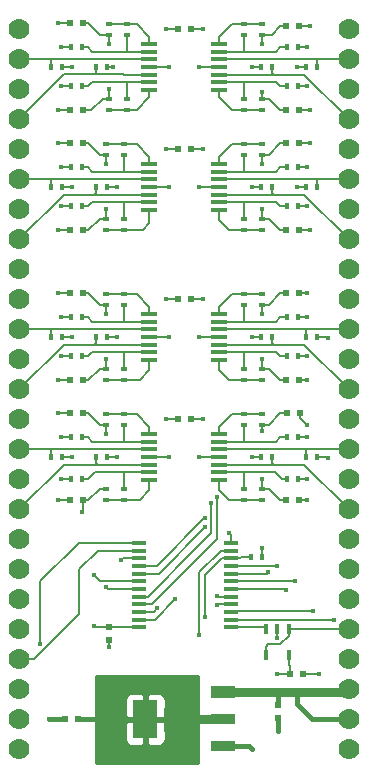
<source format=gtl>
G04 #@! TF.GenerationSoftware,KiCad,Pcbnew,(5.1.8-0-10_14)*
G04 #@! TF.CreationDate,2020-12-29T19:16:56-08:00*
G04 #@! TF.ProjectId,ADC,4144432e-6b69-4636-9164-5f7063625858,rev?*
G04 #@! TF.SameCoordinates,Original*
G04 #@! TF.FileFunction,Copper,L1,Top*
G04 #@! TF.FilePolarity,Positive*
%FSLAX46Y46*%
G04 Gerber Fmt 4.6, Leading zero omitted, Abs format (unit mm)*
G04 Created by KiCad (PCBNEW (5.1.8-0-10_14)) date 2020-12-29 19:16:56*
%MOMM*%
%LPD*%
G01*
G04 APERTURE LIST*
G04 #@! TA.AperFunction,SMDPad,CuDef*
%ADD10R,0.400000X0.600000*%
G04 #@! TD*
G04 #@! TA.AperFunction,SMDPad,CuDef*
%ADD11R,0.600000X0.400000*%
G04 #@! TD*
G04 #@! TA.AperFunction,SMDPad,CuDef*
%ADD12R,0.600000X0.500000*%
G04 #@! TD*
G04 #@! TA.AperFunction,SMDPad,CuDef*
%ADD13R,1.450000X0.450000*%
G04 #@! TD*
G04 #@! TA.AperFunction,SMDPad,CuDef*
%ADD14R,0.500000X0.600000*%
G04 #@! TD*
G04 #@! TA.AperFunction,SMDPad,CuDef*
%ADD15R,1.250000X0.400000*%
G04 #@! TD*
G04 #@! TA.AperFunction,SMDPad,CuDef*
%ADD16R,2.150000X3.250000*%
G04 #@! TD*
G04 #@! TA.AperFunction,SMDPad,CuDef*
%ADD17R,2.150000X0.950000*%
G04 #@! TD*
G04 #@! TA.AperFunction,SMDPad,CuDef*
%ADD18R,2.032000X1.016000*%
G04 #@! TD*
G04 #@! TA.AperFunction,SMDPad,CuDef*
%ADD19R,0.450000X0.950000*%
G04 #@! TD*
G04 #@! TA.AperFunction,ComponentPad*
%ADD20C,1.778000*%
G04 #@! TD*
G04 #@! TA.AperFunction,ViaPad*
%ADD21C,0.406400*%
G04 #@! TD*
G04 #@! TA.AperFunction,Conductor*
%ADD22C,0.152400*%
G04 #@! TD*
G04 #@! TA.AperFunction,Conductor*
%ADD23C,0.762000*%
G04 #@! TD*
G04 #@! TA.AperFunction,Conductor*
%ADD24C,0.381000*%
G04 #@! TD*
G04 #@! TA.AperFunction,Conductor*
%ADD25C,0.177800*%
G04 #@! TD*
G04 #@! TA.AperFunction,Conductor*
%ADD26C,0.250000*%
G04 #@! TD*
G04 #@! TA.AperFunction,Conductor*
%ADD27C,0.254000*%
G04 #@! TD*
G04 #@! TA.AperFunction,Conductor*
%ADD28C,0.100000*%
G04 #@! TD*
G04 APERTURE END LIST*
D10*
X132784000Y-93980000D03*
X131884000Y-93980000D03*
D11*
X118110000Y-84640000D03*
X118110000Y-85540000D03*
X129794000Y-62680000D03*
X129794000Y-61780000D03*
X118110000Y-94800000D03*
X118110000Y-95700000D03*
D10*
X113596000Y-93980000D03*
X114496000Y-93980000D03*
D12*
X132165000Y-110490000D03*
X133265000Y-110490000D03*
X114215000Y-114300000D03*
X113115000Y-114300000D03*
X122640000Y-55880000D03*
X123740000Y-55880000D03*
X114596000Y-55372000D03*
X113496000Y-55372000D03*
X131784000Y-62738000D03*
X132884000Y-62738000D03*
X131784000Y-55626000D03*
X132884000Y-55626000D03*
X122640000Y-66040000D03*
X123740000Y-66040000D03*
X114596000Y-65532000D03*
X113496000Y-65532000D03*
X114596000Y-72898000D03*
X113496000Y-72898000D03*
X131784000Y-72898000D03*
X132884000Y-72898000D03*
X131784000Y-65532000D03*
X132884000Y-65532000D03*
X122640000Y-78740000D03*
X123740000Y-78740000D03*
X114596000Y-78232000D03*
X113496000Y-78232000D03*
X114596000Y-85598000D03*
X113496000Y-85598000D03*
X131784000Y-85598000D03*
X132884000Y-85598000D03*
X131784000Y-78232000D03*
X132884000Y-78232000D03*
X122640000Y-88900000D03*
X123740000Y-88900000D03*
X114596000Y-88392000D03*
X113496000Y-88392000D03*
X114596000Y-95758000D03*
X113496000Y-95758000D03*
X131784000Y-95758000D03*
X132884000Y-95758000D03*
D10*
X129736000Y-100584000D03*
X128836000Y-100584000D03*
X112845000Y-59055000D03*
X111945000Y-59055000D03*
X114496000Y-57404000D03*
X113596000Y-57404000D03*
D11*
X118364000Y-56330000D03*
X118364000Y-55430000D03*
X116840000Y-55430000D03*
X116840000Y-56330000D03*
D10*
X116655000Y-59055000D03*
X115755000Y-59055000D03*
X113596000Y-60706000D03*
X114496000Y-60706000D03*
D11*
X118364000Y-61780000D03*
X118364000Y-62680000D03*
X116840000Y-62680000D03*
X116840000Y-61780000D03*
D10*
X129725000Y-59055000D03*
X130625000Y-59055000D03*
X132784000Y-60706000D03*
X131884000Y-60706000D03*
D11*
X128270000Y-61780000D03*
X128270000Y-62680000D03*
D10*
X133535000Y-59055000D03*
X134435000Y-59055000D03*
X132784000Y-57404000D03*
X131884000Y-57404000D03*
D11*
X128270000Y-56330000D03*
X128270000Y-55430000D03*
X129794000Y-55430000D03*
X129794000Y-56330000D03*
D10*
X112845000Y-69215000D03*
X111945000Y-69215000D03*
X114496000Y-67564000D03*
X113596000Y-67564000D03*
D11*
X118110000Y-66490000D03*
X118110000Y-65590000D03*
X116586000Y-65590000D03*
X116586000Y-66490000D03*
D10*
X116655000Y-69215000D03*
X115755000Y-69215000D03*
X113596000Y-70866000D03*
X114496000Y-70866000D03*
D11*
X118110000Y-71940000D03*
X118110000Y-72840000D03*
X116586000Y-72840000D03*
X116586000Y-71940000D03*
D10*
X129725000Y-69215000D03*
X130625000Y-69215000D03*
X132784000Y-70866000D03*
X131884000Y-70866000D03*
D11*
X128270000Y-71940000D03*
X128270000Y-72840000D03*
X129794000Y-72840000D03*
X129794000Y-71940000D03*
D10*
X133535000Y-69215000D03*
X134435000Y-69215000D03*
X132784000Y-67564000D03*
X131884000Y-67564000D03*
D11*
X128270000Y-66490000D03*
X128270000Y-65590000D03*
X129794000Y-65590000D03*
X129794000Y-66490000D03*
D10*
X112845000Y-81915000D03*
X111945000Y-81915000D03*
X114496000Y-80264000D03*
X113596000Y-80264000D03*
D11*
X118110000Y-79190000D03*
X118110000Y-78290000D03*
X116586000Y-78290000D03*
X116586000Y-79190000D03*
D10*
X116655000Y-81915000D03*
X115755000Y-81915000D03*
X113596000Y-83566000D03*
X114496000Y-83566000D03*
D11*
X116586000Y-85540000D03*
X116586000Y-84640000D03*
D10*
X129725000Y-81915000D03*
X130625000Y-81915000D03*
X132784000Y-83566000D03*
X131884000Y-83566000D03*
D11*
X128270000Y-84640000D03*
X128270000Y-85540000D03*
X129794000Y-85540000D03*
X129794000Y-84640000D03*
D10*
X134435000Y-81915000D03*
X133535000Y-81915000D03*
X132784000Y-80264000D03*
X131884000Y-80264000D03*
D11*
X128270000Y-79190000D03*
X128270000Y-78290000D03*
X129794000Y-78290000D03*
X129794000Y-79190000D03*
D10*
X112845000Y-92075000D03*
X111945000Y-92075000D03*
X114496000Y-90424000D03*
X113596000Y-90424000D03*
D11*
X118110000Y-89350000D03*
X118110000Y-88450000D03*
X116586000Y-88450000D03*
X116586000Y-89350000D03*
D10*
X116655000Y-92075000D03*
X115755000Y-92075000D03*
D11*
X116586000Y-95700000D03*
X116586000Y-94800000D03*
D10*
X129725000Y-92075000D03*
X130625000Y-92075000D03*
D11*
X128270000Y-94800000D03*
X128270000Y-95700000D03*
X129794000Y-95700000D03*
X129794000Y-94800000D03*
D10*
X134435000Y-92075000D03*
X133535000Y-92075000D03*
X132784000Y-90424000D03*
X131884000Y-90424000D03*
D11*
X128270000Y-89350000D03*
X128270000Y-88450000D03*
X129794000Y-88450000D03*
X129794000Y-89350000D03*
D13*
X126140000Y-57105000D03*
X120240000Y-57105000D03*
X126140000Y-57755000D03*
X120240000Y-57755000D03*
X126140000Y-58405000D03*
X120240000Y-58405000D03*
X126140000Y-59055000D03*
X120240000Y-59055000D03*
X126140000Y-59705000D03*
X120240000Y-59705000D03*
X126140000Y-60355000D03*
X120240000Y-60355000D03*
X126140000Y-61005000D03*
X120240000Y-61005000D03*
X126140000Y-67265000D03*
X120240000Y-67265000D03*
X126140000Y-67915000D03*
X120240000Y-67915000D03*
X126140000Y-68565000D03*
X120240000Y-68565000D03*
X126140000Y-69215000D03*
X120240000Y-69215000D03*
X126140000Y-69865000D03*
X120240000Y-69865000D03*
X126140000Y-70515000D03*
X120240000Y-70515000D03*
X126140000Y-71165000D03*
X120240000Y-71165000D03*
X126140000Y-79965000D03*
X120240000Y-79965000D03*
X126140000Y-80615000D03*
X120240000Y-80615000D03*
X126140000Y-81265000D03*
X120240000Y-81265000D03*
X126140000Y-81915000D03*
X120240000Y-81915000D03*
X126140000Y-82565000D03*
X120240000Y-82565000D03*
X126140000Y-83215000D03*
X120240000Y-83215000D03*
X126140000Y-83865000D03*
X120240000Y-83865000D03*
X126140000Y-90125000D03*
X120240000Y-90125000D03*
X126140000Y-90775000D03*
X120240000Y-90775000D03*
X126140000Y-91425000D03*
X120240000Y-91425000D03*
X126140000Y-92075000D03*
X120240000Y-92075000D03*
X126140000Y-92725000D03*
X120240000Y-92725000D03*
X126140000Y-93375000D03*
X120240000Y-93375000D03*
X126140000Y-94025000D03*
X120240000Y-94025000D03*
D14*
X116840000Y-106447500D03*
X116840000Y-107547500D03*
X131127500Y-113115000D03*
X131127500Y-114215000D03*
D12*
X131922000Y-88392000D03*
X133022000Y-88392000D03*
D15*
X119360000Y-106505000D03*
X127160000Y-106505000D03*
X119360000Y-105855000D03*
X127160000Y-105855000D03*
X119360000Y-105205000D03*
X127160000Y-105205000D03*
X119360000Y-104555000D03*
X127160000Y-104555000D03*
X119360000Y-103905000D03*
X127160000Y-103905000D03*
X119360000Y-103255000D03*
X127160000Y-103255000D03*
X119360000Y-102605000D03*
X127160000Y-102605000D03*
X119360000Y-101955000D03*
X127160000Y-101955000D03*
X119360000Y-101305000D03*
X127160000Y-101305000D03*
X119360000Y-100655000D03*
X127160000Y-100655000D03*
X119360000Y-100005000D03*
X127160000Y-100005000D03*
X119360000Y-99355000D03*
X127160000Y-99355000D03*
D16*
X119888000Y-114300000D03*
D17*
X126492000Y-114300000D03*
D18*
X126492000Y-112014000D03*
D17*
X126492000Y-116586000D03*
D12*
X114596000Y-62738000D03*
X113496000Y-62738000D03*
D19*
X132014000Y-108820000D03*
X132014000Y-106620000D03*
X131064000Y-106620000D03*
X130114000Y-108820000D03*
X130114000Y-106620000D03*
D20*
X109220000Y-55880000D03*
X109220000Y-58420000D03*
X109220000Y-60960000D03*
X109220000Y-63500000D03*
X109220000Y-66040000D03*
X109220000Y-68580000D03*
X109220000Y-71120000D03*
X109220000Y-73660000D03*
X109220000Y-76200000D03*
X109220000Y-78740000D03*
X109220000Y-81280000D03*
X109220000Y-83820000D03*
X109220000Y-86360000D03*
X109220000Y-88900000D03*
X109220000Y-91440000D03*
X109220000Y-93980000D03*
X109220000Y-96520000D03*
X109220000Y-99060000D03*
X109220000Y-101600000D03*
X109220000Y-104140000D03*
X109220000Y-106680000D03*
X109220000Y-109220000D03*
X109220000Y-111760000D03*
X109220000Y-114300000D03*
X109220000Y-116840000D03*
X137160000Y-55880000D03*
X137160000Y-58420000D03*
X137160000Y-60960000D03*
X137160000Y-63500000D03*
X137160000Y-66040000D03*
X137160000Y-68580000D03*
X137160000Y-71120000D03*
X137160000Y-73660000D03*
X137160000Y-76200000D03*
X137160000Y-78740000D03*
X137160000Y-81280000D03*
X137160000Y-83820000D03*
X137160000Y-86360000D03*
X137160000Y-88900000D03*
X137160000Y-91440000D03*
X137160000Y-93980000D03*
X137160000Y-96520000D03*
X137160000Y-99060000D03*
X137160000Y-101600000D03*
X137160000Y-104140000D03*
X137160000Y-106680000D03*
X137160000Y-109220000D03*
X137160000Y-111760000D03*
X137160000Y-114300000D03*
X137160000Y-116840000D03*
D21*
X123444000Y-114300000D03*
X116586000Y-114300000D03*
X116586000Y-112776000D03*
X116586000Y-111506000D03*
X116586000Y-117094000D03*
X119888000Y-117094000D03*
X118110000Y-117094000D03*
X116586000Y-115824000D03*
X123444000Y-112776000D03*
X123444000Y-117094000D03*
X123444000Y-115824000D03*
X121666000Y-117094000D03*
X119888000Y-111506000D03*
X121666000Y-111506000D03*
X118110000Y-111506000D03*
X123444000Y-111506000D03*
X115570000Y-106426000D03*
X131064000Y-110490000D03*
X121602500Y-88900000D03*
X121920000Y-92075000D03*
X121920000Y-81915000D03*
X121602500Y-78740000D03*
X121602500Y-66040000D03*
X121920000Y-59055000D03*
X121920000Y-69215000D03*
X121602500Y-55880000D03*
X131064000Y-107442000D03*
X133604000Y-78232000D03*
X133604000Y-80264000D03*
X135382000Y-82042000D03*
X133604000Y-83566000D03*
X133604000Y-85598000D03*
X133604000Y-89408000D03*
X133604000Y-90424000D03*
X135382000Y-92202000D03*
X133604000Y-93980000D03*
X133604000Y-95758000D03*
X127000000Y-98552000D03*
X117856000Y-100838000D03*
X129794000Y-99822000D03*
X134620000Y-110490000D03*
X133858000Y-55626000D03*
X133858000Y-62738000D03*
X112522000Y-88392000D03*
X112522000Y-95758000D03*
X133604000Y-57404000D03*
X133604000Y-60706000D03*
X112776000Y-57404000D03*
X112522000Y-55372000D03*
X112776000Y-60706000D03*
X112522000Y-62738000D03*
X112522000Y-65532000D03*
X112776000Y-67564000D03*
X112776000Y-70866000D03*
X112522000Y-72898000D03*
X133858000Y-65532000D03*
X133604000Y-67564000D03*
X133858000Y-72898000D03*
X133604000Y-70866000D03*
X112522000Y-78232000D03*
X112776000Y-80264000D03*
X112522000Y-85598000D03*
X112776000Y-83566000D03*
X112776000Y-90424000D03*
X112776000Y-93980000D03*
X128905000Y-92075000D03*
X117475000Y-92075000D03*
X124460000Y-92075000D03*
X124777500Y-88900000D03*
X128905000Y-81915000D03*
X124460000Y-81915000D03*
X124777500Y-78740000D03*
X113665000Y-81915000D03*
X117475000Y-81915000D03*
X132715000Y-69215000D03*
X128905000Y-69215000D03*
X111760000Y-114300000D03*
X131127500Y-115252500D03*
X116840000Y-108204000D03*
X124777500Y-66040000D03*
X117475000Y-69215000D03*
X113665000Y-69215000D03*
X128905000Y-116840000D03*
X124460000Y-59055000D03*
X124460000Y-69215000D03*
X132715000Y-59055000D03*
X128905000Y-59055000D03*
X124777500Y-55880000D03*
X117157500Y-59055000D03*
X113665000Y-59055000D03*
X113665000Y-92075000D03*
X131064000Y-101346000D03*
X116840000Y-57150000D03*
X130302000Y-101854000D03*
X116840000Y-60960000D03*
X132599000Y-102605000D03*
X129794000Y-61214000D03*
X131826000Y-103378000D03*
X129794000Y-57150000D03*
X125984000Y-103886000D03*
X116586000Y-67310000D03*
X125984000Y-104648000D03*
X116586000Y-71120000D03*
X134112000Y-105156000D03*
X129794000Y-71120000D03*
X135890000Y-105918000D03*
X129794000Y-67310000D03*
X122428000Y-104140000D03*
X116586000Y-80010000D03*
X120904000Y-104902000D03*
X116586000Y-83820000D03*
X125984000Y-95504000D03*
X129794000Y-83820000D03*
X125476000Y-96012000D03*
X129794000Y-80010000D03*
X116586000Y-90170000D03*
X116586000Y-103124000D03*
X114554000Y-96774000D03*
X115570000Y-102108000D03*
X124968000Y-98044000D03*
X129794000Y-93980000D03*
X124968000Y-97282000D03*
X129794000Y-89916000D03*
X124968000Y-105664000D03*
X124460000Y-107188000D03*
X110998000Y-107950000D03*
D22*
X132014000Y-108820000D02*
X132014000Y-109662000D01*
X132165000Y-109813000D02*
X132165000Y-110490000D01*
X132014000Y-109662000D02*
X132165000Y-109813000D01*
D23*
X126492000Y-114300000D02*
X123444000Y-114300000D01*
D24*
X116586000Y-112776000D02*
X116586000Y-111506000D01*
X116586000Y-112776000D02*
X116586000Y-114300000D01*
X119888000Y-114300000D02*
X116586000Y-114300000D01*
X116586000Y-111506000D02*
X116586000Y-112776000D01*
X116586000Y-115824000D02*
X116586000Y-117094000D01*
X118110000Y-117094000D02*
X119888000Y-117094000D01*
X116586000Y-117094000D02*
X118110000Y-117094000D01*
X123444000Y-112776000D02*
X123444000Y-114300000D01*
X123444000Y-114300000D02*
X119888000Y-114300000D01*
X123444000Y-115824000D02*
X123444000Y-117094000D01*
X123444000Y-115062000D02*
X123444000Y-117094000D01*
X123444000Y-115062000D02*
X122682000Y-114300000D01*
X119888000Y-117094000D02*
X121666000Y-117094000D01*
X119888000Y-117094000D02*
X121666000Y-117094000D01*
X119888000Y-117094000D02*
X119888000Y-114300000D01*
X119888000Y-114300000D02*
X119888000Y-111506000D01*
X119888000Y-114300000D02*
X119888000Y-111506000D01*
X119888000Y-114300000D02*
X119888000Y-111760000D01*
X119888000Y-114300000D02*
X119888000Y-112014000D01*
X119888000Y-112014000D02*
X121666000Y-111506000D01*
X121666000Y-111506000D02*
X121666000Y-111506000D01*
X119888000Y-112014000D02*
X121666000Y-111506000D01*
X119634000Y-111506000D02*
X118110000Y-111506000D01*
X119888000Y-111760000D02*
X119634000Y-111506000D01*
X119888000Y-114300000D02*
X122682000Y-114300000D01*
X123444000Y-113538000D02*
X123444000Y-111506000D01*
X122682000Y-114300000D02*
X123444000Y-113538000D01*
D22*
X116840000Y-106447500D02*
X115591500Y-106447500D01*
X115591500Y-106447500D02*
X115570000Y-106426000D01*
X132165000Y-110490000D02*
X131064000Y-110490000D01*
X132165000Y-108890000D02*
X132095000Y-108820000D01*
D25*
X120240000Y-92075000D02*
X121920000Y-92075000D01*
X122640000Y-88900000D02*
X121602500Y-88900000D01*
X120240000Y-81915000D02*
X121920000Y-81915000D01*
X122640000Y-78740000D02*
X121602500Y-78740000D01*
D24*
X114215000Y-114300000D02*
X115887500Y-114300000D01*
X119612500Y-114024500D02*
X119888000Y-114300000D01*
D22*
X119360000Y-106505000D02*
X116897500Y-106505000D01*
X116897500Y-106505000D02*
X116840000Y-106447500D01*
X122640000Y-66040000D02*
X121602500Y-66040000D01*
D26*
X132095000Y-110420000D02*
X132165000Y-110490000D01*
D22*
X120240000Y-59055000D02*
X121920000Y-59055000D01*
X120240000Y-69215000D02*
X121920000Y-69215000D01*
X122640000Y-55880000D02*
X121602500Y-55880000D01*
X131064000Y-106620000D02*
X131064000Y-107442000D01*
X132884000Y-78232000D02*
X133604000Y-78232000D01*
X132784000Y-80264000D02*
X133604000Y-80264000D01*
X134435000Y-81915000D02*
X135255000Y-81915000D01*
X135255000Y-81915000D02*
X135382000Y-82042000D01*
X132784000Y-83566000D02*
X133604000Y-83566000D01*
X132884000Y-85598000D02*
X133604000Y-85598000D01*
X133022000Y-88392000D02*
X133022000Y-88826000D01*
X133022000Y-88826000D02*
X133604000Y-89408000D01*
X132784000Y-90424000D02*
X133604000Y-90424000D01*
X134435000Y-92075000D02*
X135255000Y-92075000D01*
X135255000Y-92075000D02*
X135382000Y-92202000D01*
X132784000Y-93980000D02*
X133604000Y-93980000D01*
X132884000Y-95758000D02*
X133604000Y-95758000D01*
X132784000Y-93980000D02*
X132784000Y-94038000D01*
X127160000Y-99355000D02*
X127160000Y-98712000D01*
X127160000Y-98712000D02*
X127000000Y-98552000D01*
X119360000Y-100655000D02*
X118039000Y-100655000D01*
X118039000Y-100655000D02*
X117856000Y-100838000D01*
X129736000Y-100584000D02*
X129736000Y-99880000D01*
X129736000Y-99880000D02*
X129794000Y-99822000D01*
X133265000Y-110490000D02*
X134620000Y-110490000D01*
X132884000Y-55626000D02*
X133858000Y-55626000D01*
X132884000Y-62738000D02*
X133858000Y-62738000D01*
X113496000Y-88392000D02*
X112522000Y-88392000D01*
X113496000Y-95758000D02*
X112522000Y-95758000D01*
X132784000Y-57404000D02*
X133604000Y-57404000D01*
X132784000Y-60706000D02*
X133604000Y-60706000D01*
X113596000Y-57404000D02*
X112776000Y-57404000D01*
X113496000Y-55372000D02*
X112522000Y-55372000D01*
X113596000Y-60706000D02*
X112776000Y-60706000D01*
X113496000Y-62738000D02*
X112522000Y-62738000D01*
X113496000Y-65532000D02*
X112522000Y-65532000D01*
X113596000Y-67564000D02*
X112776000Y-67564000D01*
X113596000Y-70866000D02*
X112776000Y-70866000D01*
X113496000Y-72898000D02*
X112522000Y-72898000D01*
X132884000Y-65532000D02*
X133858000Y-65532000D01*
X132784000Y-67564000D02*
X133604000Y-67564000D01*
X132884000Y-72898000D02*
X133858000Y-72898000D01*
X132784000Y-70866000D02*
X133604000Y-70866000D01*
X113496000Y-78232000D02*
X112522000Y-78232000D01*
X113596000Y-80264000D02*
X112776000Y-80264000D01*
X113496000Y-85598000D02*
X112522000Y-85598000D01*
X113596000Y-83566000D02*
X112776000Y-83566000D01*
X113596000Y-90424000D02*
X112776000Y-90424000D01*
X113596000Y-93980000D02*
X112776000Y-93980000D01*
X129725000Y-92075000D02*
X128905000Y-92075000D01*
D25*
X116655000Y-92075000D02*
X117475000Y-92075000D01*
X126140000Y-92075000D02*
X124460000Y-92075000D01*
X123740000Y-88900000D02*
X124777500Y-88900000D01*
X129725000Y-81915000D02*
X128905000Y-81915000D01*
X126140000Y-81915000D02*
X124460000Y-81915000D01*
X123740000Y-78740000D02*
X124777500Y-78740000D01*
X112845000Y-81915000D02*
X113665000Y-81915000D01*
X116655000Y-81915000D02*
X117475000Y-81915000D01*
X133535000Y-69215000D02*
X132715000Y-69215000D01*
X129725000Y-69215000D02*
X128905000Y-69215000D01*
D24*
X113115000Y-114300000D02*
X111760000Y-114300000D01*
X131127500Y-114215000D02*
X131127500Y-115252500D01*
D22*
X116840000Y-107547500D02*
X116840000Y-108204000D01*
X123740000Y-66040000D02*
X124777500Y-66040000D01*
X116655000Y-69215000D02*
X117475000Y-69215000D01*
X112845000Y-69215000D02*
X113665000Y-69215000D01*
D24*
X126492000Y-116586000D02*
X128651000Y-116586000D01*
X128651000Y-116586000D02*
X128905000Y-116840000D01*
D22*
X126140000Y-59055000D02*
X124460000Y-59055000D01*
X126140000Y-69215000D02*
X124460000Y-69215000D01*
X133535000Y-59055000D02*
X132715000Y-59055000D01*
X129725000Y-59055000D02*
X128905000Y-59055000D01*
X123740000Y-55880000D02*
X124777500Y-55880000D01*
X116655000Y-59055000D02*
X117157500Y-59055000D01*
X112845000Y-59055000D02*
X113665000Y-59055000D01*
D25*
X112845000Y-92075000D02*
X113665000Y-92075000D01*
D23*
X132715000Y-112014000D02*
X136906000Y-112014000D01*
D24*
X132715000Y-112014000D02*
X132715000Y-113030000D01*
D23*
X131127500Y-112014000D02*
X132715000Y-112014000D01*
D24*
X132715000Y-113030000D02*
X133985000Y-114300000D01*
X133985000Y-114300000D02*
X137160000Y-114300000D01*
D23*
X126492000Y-112014000D02*
X131127500Y-112014000D01*
D24*
X131127500Y-113115000D02*
X131127500Y-112014000D01*
X131127500Y-112014000D02*
X131127500Y-112077500D01*
X131127500Y-112077500D02*
X131127500Y-112014000D01*
X136906000Y-112014000D02*
X137160000Y-111760000D01*
D22*
X127160000Y-101305000D02*
X131023000Y-101305000D01*
X131023000Y-101305000D02*
X131064000Y-101346000D01*
X116840000Y-57150000D02*
X116840000Y-56330000D01*
X114596000Y-55372000D02*
X115062000Y-55372000D01*
X116020000Y-56330000D02*
X116840000Y-56330000D01*
X115062000Y-55372000D02*
X116020000Y-56330000D01*
X127160000Y-101955000D02*
X130201000Y-101955000D01*
X130201000Y-101955000D02*
X130302000Y-101854000D01*
X116840000Y-60960000D02*
X116840000Y-61780000D01*
X116840000Y-61780000D02*
X116274000Y-61780000D01*
X115316000Y-62738000D02*
X114596000Y-62738000D01*
X116274000Y-61780000D02*
X115316000Y-62738000D01*
X127160000Y-102605000D02*
X132599000Y-102605000D01*
X129794000Y-61780000D02*
X129794000Y-61214000D01*
X129794000Y-61780000D02*
X130360000Y-61780000D01*
X131318000Y-62738000D02*
X131784000Y-62738000D01*
X130360000Y-61780000D02*
X131318000Y-62738000D01*
X127160000Y-103255000D02*
X131703000Y-103255000D01*
X131703000Y-103255000D02*
X131826000Y-103378000D01*
X129794000Y-56330000D02*
X129794000Y-57150000D01*
X127283000Y-103378000D02*
X127160000Y-103255000D01*
X129794000Y-56330000D02*
X130614000Y-56330000D01*
X131318000Y-55626000D02*
X131784000Y-55626000D01*
X130614000Y-56330000D02*
X131318000Y-55626000D01*
X127160000Y-103905000D02*
X126003000Y-103905000D01*
X126003000Y-103905000D02*
X125984000Y-103886000D01*
X116586000Y-67310000D02*
X116586000Y-66490000D01*
X114596000Y-65532000D02*
X115062000Y-65532000D01*
X116020000Y-66490000D02*
X116586000Y-66490000D01*
X115062000Y-65532000D02*
X116020000Y-66490000D01*
X127160000Y-104555000D02*
X126077000Y-104555000D01*
X126077000Y-104555000D02*
X125984000Y-104648000D01*
X116586000Y-71120000D02*
X116586000Y-71940000D01*
X127067000Y-104648000D02*
X127160000Y-104555000D01*
X114596000Y-72898000D02*
X115062000Y-72898000D01*
X115062000Y-72898000D02*
X116020000Y-71940000D01*
X116020000Y-71940000D02*
X116586000Y-71940000D01*
X134112000Y-105156000D02*
X127209000Y-105156000D01*
X127209000Y-105156000D02*
X127160000Y-105205000D01*
X129794000Y-71940000D02*
X129794000Y-71120000D01*
X129794000Y-71940000D02*
X130360000Y-71940000D01*
X131318000Y-72898000D02*
X131784000Y-72898000D01*
X130360000Y-71940000D02*
X131318000Y-72898000D01*
X134112000Y-105855000D02*
X135827000Y-105855000D01*
X135827000Y-105855000D02*
X135890000Y-105918000D01*
X135890000Y-105918000D02*
X135827000Y-105855000D01*
X127160000Y-105855000D02*
X134112000Y-105855000D01*
X129794000Y-67310000D02*
X129794000Y-66490000D01*
X129794000Y-66490000D02*
X130360000Y-66490000D01*
X131318000Y-65532000D02*
X131784000Y-65532000D01*
X130360000Y-66490000D02*
X131318000Y-65532000D01*
X120713000Y-105855000D02*
X119360000Y-105855000D01*
X122428000Y-104140000D02*
X120713000Y-105855000D01*
X116586000Y-79190000D02*
X116586000Y-80010000D01*
X114596000Y-78232000D02*
X115062000Y-78232000D01*
X116020000Y-79190000D02*
X116586000Y-79190000D01*
X115062000Y-78232000D02*
X116020000Y-79190000D01*
X116586000Y-84640000D02*
X116586000Y-83820000D01*
X120601000Y-105205000D02*
X119360000Y-105205000D01*
X120904000Y-104902000D02*
X120601000Y-105205000D01*
X116586000Y-84640000D02*
X116020000Y-84640000D01*
X115062000Y-85598000D02*
X114596000Y-85598000D01*
X116020000Y-84640000D02*
X115062000Y-85598000D01*
X125984000Y-99060000D02*
X124968000Y-100076000D01*
X125984000Y-95504000D02*
X125984000Y-99060000D01*
X120489000Y-104555000D02*
X119360000Y-104555000D01*
X124968000Y-100076000D02*
X120489000Y-104555000D01*
X129794000Y-83820000D02*
X129794000Y-84640000D01*
X129794000Y-84640000D02*
X130360000Y-84640000D01*
X131318000Y-85598000D02*
X131784000Y-85598000D01*
X130360000Y-84640000D02*
X131318000Y-85598000D01*
X125476000Y-98552000D02*
X124206000Y-99822000D01*
X125476000Y-96012000D02*
X125476000Y-98552000D01*
X119360000Y-103905000D02*
X120123000Y-103905000D01*
X120123000Y-103905000D02*
X124206000Y-99822000D01*
X129794000Y-80010000D02*
X129794000Y-79190000D01*
X131784000Y-78232000D02*
X131318000Y-78232000D01*
X130360000Y-79190000D02*
X129794000Y-79190000D01*
X131318000Y-78232000D02*
X130360000Y-79190000D01*
X119360000Y-103255000D02*
X116717000Y-103255000D01*
X116586000Y-90170000D02*
X116586000Y-89350000D01*
X116717000Y-103255000D02*
X116586000Y-103124000D01*
X116586000Y-89350000D02*
X116020000Y-89350000D01*
X116020000Y-89350000D02*
X115062000Y-88392000D01*
X115062000Y-88392000D02*
X114596000Y-88392000D01*
X119360000Y-102605000D02*
X116067000Y-102605000D01*
X116067000Y-102605000D02*
X115570000Y-102108000D01*
X114596000Y-96732000D02*
X114596000Y-95758000D01*
X114554000Y-96774000D02*
X114596000Y-96732000D01*
X114596000Y-95758000D02*
X115062000Y-95758000D01*
X116020000Y-94800000D02*
X116586000Y-94800000D01*
X115062000Y-95758000D02*
X116020000Y-94800000D01*
X119360000Y-101955000D02*
X121057000Y-101955000D01*
X121057000Y-101955000D02*
X124968000Y-98044000D01*
X129794000Y-93980000D02*
X129794000Y-94800000D01*
X129794000Y-94800000D02*
X130360000Y-94800000D01*
X131318000Y-95758000D02*
X131784000Y-95758000D01*
X130360000Y-94800000D02*
X131318000Y-95758000D01*
X119360000Y-101305000D02*
X120863000Y-101305000D01*
X124886000Y-97282000D02*
X124968000Y-97282000D01*
X120863000Y-101305000D02*
X124886000Y-97282000D01*
X129794000Y-89350000D02*
X129794000Y-89916000D01*
X129794000Y-89350000D02*
X130360000Y-89350000D01*
X131318000Y-88392000D02*
X131922000Y-88392000D01*
X130360000Y-89350000D02*
X131318000Y-88392000D01*
X127160000Y-106505000D02*
X129999000Y-106505000D01*
X129999000Y-106505000D02*
X130114000Y-106620000D01*
X124968000Y-105664000D02*
X124968000Y-102108000D01*
X125222000Y-101854000D02*
X124968000Y-102108000D01*
X126421000Y-100655000D02*
X127160000Y-100655000D01*
X126421000Y-100655000D02*
X125222000Y-101854000D01*
X128836000Y-100584000D02*
X128016000Y-100584000D01*
X127945000Y-100655000D02*
X127160000Y-100655000D01*
X128016000Y-100584000D02*
X127945000Y-100655000D01*
X117348000Y-100005000D02*
X115895000Y-100005000D01*
X114300000Y-101600000D02*
X114300000Y-102870000D01*
X115895000Y-100005000D02*
X114300000Y-101600000D01*
X109220000Y-109220000D02*
X110490000Y-109220000D01*
X114300000Y-105410000D02*
X114300000Y-102870000D01*
X110490000Y-109220000D02*
X114300000Y-105410000D01*
X117348000Y-100005000D02*
X119360000Y-100005000D01*
X119289000Y-100076000D02*
X119360000Y-100005000D01*
X124460000Y-107188000D02*
X124460000Y-101854000D01*
X126309000Y-100005000D02*
X124460000Y-101854000D01*
X126309000Y-100005000D02*
X127160000Y-100005000D01*
X110998000Y-107950000D02*
X110998000Y-102616000D01*
X114259000Y-99355000D02*
X119360000Y-99355000D01*
X110998000Y-102616000D02*
X114259000Y-99355000D01*
X119319000Y-99314000D02*
X119360000Y-99355000D01*
X132014000Y-106620000D02*
X132014000Y-107254000D01*
X130114000Y-108138000D02*
X130114000Y-108820000D01*
X130302000Y-107950000D02*
X130114000Y-108138000D01*
X131318000Y-107950000D02*
X130302000Y-107950000D01*
X132014000Y-107254000D02*
X131318000Y-107950000D01*
X132095000Y-106620000D02*
X133667500Y-106620000D01*
X133667500Y-106620000D02*
X133985000Y-106620000D01*
X133985000Y-106620000D02*
X137100000Y-106620000D01*
X137100000Y-106620000D02*
X137160000Y-106680000D01*
X118364000Y-60355000D02*
X118364000Y-61780000D01*
X120240000Y-60355000D02*
X118364000Y-60355000D01*
X118364000Y-60355000D02*
X115413000Y-60355000D01*
X115062000Y-60706000D02*
X114496000Y-60706000D01*
X115413000Y-60355000D02*
X115062000Y-60706000D01*
X126140000Y-61005000D02*
X126140000Y-61624000D01*
X127196000Y-62680000D02*
X128270000Y-62680000D01*
X126140000Y-61624000D02*
X127196000Y-62680000D01*
X128270000Y-62680000D02*
X129794000Y-62680000D01*
X128270000Y-60355000D02*
X128270000Y-61780000D01*
X126140000Y-60355000D02*
X128270000Y-60355000D01*
X128270000Y-60355000D02*
X130967000Y-60355000D01*
X131318000Y-60706000D02*
X131884000Y-60706000D01*
X130967000Y-60355000D02*
X131318000Y-60706000D01*
X128270000Y-57755000D02*
X128270000Y-56330000D01*
X131884000Y-57404000D02*
X131318000Y-57404000D01*
X130967000Y-57755000D02*
X128270000Y-57755000D01*
X128270000Y-57755000D02*
X126140000Y-57755000D01*
X131318000Y-57404000D02*
X130967000Y-57755000D01*
X118110000Y-70515000D02*
X118110000Y-71940000D01*
X120240000Y-70515000D02*
X118110000Y-70515000D01*
X118110000Y-70515000D02*
X117856000Y-70515000D01*
X117856000Y-70515000D02*
X115413000Y-70515000D01*
X115062000Y-70866000D02*
X114496000Y-70866000D01*
X115413000Y-70515000D02*
X115062000Y-70866000D01*
X128270000Y-70515000D02*
X128270000Y-71940000D01*
X126140000Y-70515000D02*
X128270000Y-70515000D01*
X128270000Y-70515000D02*
X130967000Y-70515000D01*
X131318000Y-70866000D02*
X131884000Y-70866000D01*
X130967000Y-70515000D02*
X131318000Y-70866000D01*
X128270000Y-67915000D02*
X128270000Y-66490000D01*
X126140000Y-67915000D02*
X128270000Y-67915000D01*
X128270000Y-67915000D02*
X130967000Y-67915000D01*
X131318000Y-67564000D02*
X131884000Y-67564000D01*
X130967000Y-67915000D02*
X131318000Y-67564000D01*
X118110000Y-83215000D02*
X118110000Y-84640000D01*
X120240000Y-83215000D02*
X118110000Y-83215000D01*
X118110000Y-83215000D02*
X115413000Y-83215000D01*
X115062000Y-83566000D02*
X114496000Y-83566000D01*
X115413000Y-83215000D02*
X115062000Y-83566000D01*
X128270000Y-83215000D02*
X128270000Y-84074000D01*
X128270000Y-83977000D02*
X128270000Y-84074000D01*
X128270000Y-84074000D02*
X128270000Y-84640000D01*
X126140000Y-83215000D02*
X128270000Y-83215000D01*
X128270000Y-83215000D02*
X130967000Y-83215000D01*
X131318000Y-83566000D02*
X131884000Y-83566000D01*
X130967000Y-83215000D02*
X131318000Y-83566000D01*
D25*
X126170000Y-83185000D02*
X126140000Y-83215000D01*
D22*
X128270000Y-80615000D02*
X128270000Y-79190000D01*
X126140000Y-80615000D02*
X128270000Y-80615000D01*
X128270000Y-80615000D02*
X130967000Y-80615000D01*
X131318000Y-80264000D02*
X131884000Y-80264000D01*
X130967000Y-80615000D02*
X131318000Y-80264000D01*
X118110000Y-93375000D02*
X118110000Y-94800000D01*
X118207000Y-93375000D02*
X118110000Y-93375000D01*
X118110000Y-93375000D02*
X115667000Y-93375000D01*
X115062000Y-93980000D02*
X114496000Y-93980000D01*
X115667000Y-93375000D02*
X115062000Y-93980000D01*
X120240000Y-93375000D02*
X118207000Y-93375000D01*
X128270000Y-93375000D02*
X128270000Y-94800000D01*
X130492500Y-93375000D02*
X130840000Y-93375000D01*
X131445000Y-93980000D02*
X131884000Y-93980000D01*
X130840000Y-93375000D02*
X131445000Y-93980000D01*
X126140000Y-93375000D02*
X128270000Y-93375000D01*
X128270000Y-93375000D02*
X130492500Y-93375000D01*
X130492500Y-93375000D02*
X130522500Y-93375000D01*
X128270000Y-90775000D02*
X128270000Y-89350000D01*
X126140000Y-90775000D02*
X128270000Y-90775000D01*
X128270000Y-90775000D02*
X130967000Y-90775000D01*
X131318000Y-90424000D02*
X131884000Y-90424000D01*
X130967000Y-90775000D02*
X131318000Y-90424000D01*
X118364000Y-57755000D02*
X118364000Y-56330000D01*
X120240000Y-57755000D02*
X118364000Y-57755000D01*
X118364000Y-57755000D02*
X115413000Y-57755000D01*
X115062000Y-57404000D02*
X114496000Y-57404000D01*
X115413000Y-57755000D02*
X115062000Y-57404000D01*
X118364000Y-55430000D02*
X119184000Y-55430000D01*
X120240000Y-56486000D02*
X120240000Y-57105000D01*
X119184000Y-55430000D02*
X120240000Y-56486000D01*
X116840000Y-55430000D02*
X118364000Y-55430000D01*
X118364000Y-62680000D02*
X119184000Y-62680000D01*
X120240000Y-61624000D02*
X120240000Y-61005000D01*
X119184000Y-62680000D02*
X120240000Y-61624000D01*
X118364000Y-62680000D02*
X116840000Y-62680000D01*
X128270000Y-55430000D02*
X127196000Y-55430000D01*
X126140000Y-56486000D02*
X126140000Y-57105000D01*
X127196000Y-55430000D02*
X126140000Y-56486000D01*
X128270000Y-55430000D02*
X129794000Y-55430000D01*
X118110000Y-67915000D02*
X118110000Y-66490000D01*
X114496000Y-67564000D02*
X115062000Y-67564000D01*
X115413000Y-67915000D02*
X118110000Y-67915000D01*
X118110000Y-67915000D02*
X120240000Y-67915000D01*
X115062000Y-67564000D02*
X115413000Y-67915000D01*
X118110000Y-65590000D02*
X119184000Y-65590000D01*
X120240000Y-66646000D02*
X120240000Y-67265000D01*
X119184000Y-65590000D02*
X120240000Y-66646000D01*
X116586000Y-65590000D02*
X118110000Y-65590000D01*
X118110000Y-72840000D02*
X119692000Y-72840000D01*
X120240000Y-72292000D02*
X120240000Y-71165000D01*
X119692000Y-72840000D02*
X120240000Y-72292000D01*
X118110000Y-72840000D02*
X116586000Y-72840000D01*
X128270000Y-72840000D02*
X126942000Y-72840000D01*
X126140000Y-72038000D02*
X126140000Y-71165000D01*
X126942000Y-72840000D02*
X126140000Y-72038000D01*
X128270000Y-72840000D02*
X129794000Y-72840000D01*
X126140000Y-67265000D02*
X126140000Y-66646000D01*
X127196000Y-65590000D02*
X128270000Y-65590000D01*
X126140000Y-66646000D02*
X127196000Y-65590000D01*
X128270000Y-65590000D02*
X129794000Y-65590000D01*
X128074000Y-65590000D02*
X128270000Y-65590000D01*
X118110000Y-80615000D02*
X118110000Y-79756000D01*
X118110000Y-79853000D02*
X118110000Y-79756000D01*
X118110000Y-79756000D02*
X118110000Y-79190000D01*
X114496000Y-80264000D02*
X115062000Y-80264000D01*
X115413000Y-80615000D02*
X118110000Y-80615000D01*
X118110000Y-80615000D02*
X120240000Y-80615000D01*
X115062000Y-80264000D02*
X115413000Y-80615000D01*
X120240000Y-79965000D02*
X120240000Y-79346000D01*
X119184000Y-78290000D02*
X118110000Y-78290000D01*
X120240000Y-79346000D02*
X119184000Y-78290000D01*
X116586000Y-78290000D02*
X118110000Y-78290000D01*
X118110000Y-85540000D02*
X119438000Y-85540000D01*
X120240000Y-84738000D02*
X120240000Y-83865000D01*
X119438000Y-85540000D02*
X120240000Y-84738000D01*
X116586000Y-85540000D02*
X118110000Y-85540000D01*
X126140000Y-83865000D02*
X126140000Y-84738000D01*
X126942000Y-85540000D02*
X128270000Y-85540000D01*
X126140000Y-84738000D02*
X126942000Y-85540000D01*
X128270000Y-85540000D02*
X129794000Y-85540000D01*
X126140000Y-79965000D02*
X126140000Y-79346000D01*
X127196000Y-78290000D02*
X128270000Y-78290000D01*
X126140000Y-79346000D02*
X127196000Y-78290000D01*
X128270000Y-78290000D02*
X129598000Y-78290000D01*
X129598000Y-78290000D02*
X129794000Y-78290000D01*
X128212000Y-78232000D02*
X128270000Y-78290000D01*
X118110000Y-90775000D02*
X118110000Y-89662000D01*
X118110000Y-90013000D02*
X118110000Y-89916000D01*
X118110000Y-89916000D02*
X118110000Y-89662000D01*
X118110000Y-89662000D02*
X118110000Y-89350000D01*
X120240000Y-90775000D02*
X118110000Y-90775000D01*
X118110000Y-90775000D02*
X115413000Y-90775000D01*
X115062000Y-90424000D02*
X114496000Y-90424000D01*
X115413000Y-90775000D02*
X115062000Y-90424000D01*
X120240000Y-90125000D02*
X120240000Y-89506000D01*
X119184000Y-88450000D02*
X118110000Y-88450000D01*
X120240000Y-89506000D02*
X119184000Y-88450000D01*
X118110000Y-88450000D02*
X116586000Y-88450000D01*
X118110000Y-95700000D02*
X119438000Y-95700000D01*
X120240000Y-94898000D02*
X120240000Y-94025000D01*
X119438000Y-95700000D02*
X120240000Y-94898000D01*
X116586000Y-95700000D02*
X118110000Y-95700000D01*
X126140000Y-94025000D02*
X126140000Y-94898000D01*
X126942000Y-95700000D02*
X128270000Y-95700000D01*
X126140000Y-94898000D02*
X126942000Y-95700000D01*
X128270000Y-95700000D02*
X129794000Y-95700000D01*
X126140000Y-90125000D02*
X126140000Y-89506000D01*
X127196000Y-88450000D02*
X128270000Y-88450000D01*
X126140000Y-89506000D02*
X127196000Y-88450000D01*
X128270000Y-88450000D02*
X129794000Y-88450000D01*
X111945000Y-59055000D02*
X111945000Y-58405000D01*
X112077500Y-58420000D02*
X112077500Y-58405000D01*
X111960000Y-58420000D02*
X112077500Y-58420000D01*
X111945000Y-58405000D02*
X111960000Y-58420000D01*
X109220000Y-58420000D02*
X111760000Y-58420000D01*
X111760000Y-58420000D02*
X111760000Y-58405000D01*
X120240000Y-58405000D02*
X112395000Y-58405000D01*
X112395000Y-58405000D02*
X112077500Y-58405000D01*
X112077500Y-58405000D02*
X111760000Y-58405000D01*
X109235000Y-58405000D02*
X109220000Y-58420000D01*
X109235000Y-58405000D02*
X109220000Y-58420000D01*
X115755000Y-59055000D02*
X115755000Y-59690000D01*
X115755000Y-59690000D02*
X115570000Y-59690000D01*
X109220000Y-63500000D02*
X113030000Y-59690000D01*
X118110000Y-59690000D02*
X118110000Y-59705000D01*
X113030000Y-59690000D02*
X115570000Y-59690000D01*
X115570000Y-59690000D02*
X118110000Y-59690000D01*
X120240000Y-59705000D02*
X118110000Y-59705000D01*
X111945000Y-69215000D02*
X111945000Y-68565000D01*
X112077500Y-68580000D02*
X112077500Y-68565000D01*
X111960000Y-68580000D02*
X112077500Y-68580000D01*
X111945000Y-68565000D02*
X111960000Y-68580000D01*
X120240000Y-68565000D02*
X112077500Y-68565000D01*
X112077500Y-68565000D02*
X109235000Y-68565000D01*
X109235000Y-68565000D02*
X109220000Y-68580000D01*
X115755000Y-69215000D02*
X115755000Y-69865000D01*
X115570000Y-69850000D02*
X115570000Y-69865000D01*
X115740000Y-69850000D02*
X115570000Y-69850000D01*
X115755000Y-69865000D02*
X115740000Y-69850000D01*
X115755000Y-69215000D02*
X115755000Y-69049902D01*
X120240000Y-69865000D02*
X115570000Y-69865000D01*
X115570000Y-69865000D02*
X113015000Y-69865000D01*
X113015000Y-69865000D02*
X109220000Y-73660000D01*
D25*
X111945000Y-81915000D02*
X111945000Y-81265000D01*
X112077500Y-81280000D02*
X112077500Y-81265000D01*
X111960000Y-81280000D02*
X112077500Y-81280000D01*
X111945000Y-81265000D02*
X111960000Y-81280000D01*
D22*
X120240000Y-81265000D02*
X115570000Y-81265000D01*
X115570000Y-81265000D02*
X112077500Y-81265000D01*
X112077500Y-81265000D02*
X109235000Y-81265000D01*
X109235000Y-81265000D02*
X109220000Y-81280000D01*
D25*
X115755000Y-81915000D02*
X115755000Y-82565000D01*
X115570000Y-82550000D02*
X115570000Y-82565000D01*
X115740000Y-82550000D02*
X115570000Y-82550000D01*
X115755000Y-82565000D02*
X115740000Y-82550000D01*
D22*
X120240000Y-82565000D02*
X115570000Y-82565000D01*
X115570000Y-82565000D02*
X113015000Y-82565000D01*
X113015000Y-82565000D02*
X109220000Y-86360000D01*
D25*
X111945000Y-92075000D02*
X111945000Y-91425000D01*
X111945000Y-91425000D02*
X111960000Y-91440000D01*
X111960000Y-91440000D02*
X112077500Y-91440000D01*
X112077500Y-91440000D02*
X112077500Y-91425000D01*
D22*
X120240000Y-91425000D02*
X112077500Y-91425000D01*
X112077500Y-91425000D02*
X109235000Y-91425000D01*
X109235000Y-91425000D02*
X109220000Y-91440000D01*
D25*
X115755000Y-92075000D02*
X115755000Y-92725000D01*
X115887500Y-92710000D02*
X115887500Y-92725000D01*
X115770000Y-92710000D02*
X115887500Y-92710000D01*
X115755000Y-92725000D02*
X115770000Y-92710000D01*
D22*
X120240000Y-92725000D02*
X115887500Y-92725000D01*
X115887500Y-92725000D02*
X113015000Y-92725000D01*
X113015000Y-92725000D02*
X109220000Y-96520000D01*
X134435000Y-59055000D02*
X134435000Y-58405000D01*
X134435000Y-58405000D02*
X134493000Y-58405000D01*
X134620000Y-58405000D02*
X137145000Y-58405000D01*
X137145000Y-58405000D02*
X137160000Y-58420000D01*
X126140000Y-58405000D02*
X134302500Y-58405000D01*
X134302500Y-58405000D02*
X134493000Y-58405000D01*
X134493000Y-58405000D02*
X134620000Y-58405000D01*
X133365000Y-59705000D02*
X137160000Y-63500000D01*
X130625000Y-59055000D02*
X130625000Y-59705000D01*
X130810000Y-59690000D02*
X130810000Y-59705000D01*
X130640000Y-59690000D02*
X130810000Y-59690000D01*
X130625000Y-59705000D02*
X130640000Y-59690000D01*
X126140000Y-59705000D02*
X130810000Y-59705000D01*
X130810000Y-59705000D02*
X133365000Y-59705000D01*
D25*
X134435000Y-69215000D02*
X134435000Y-68565000D01*
X134620000Y-68580000D02*
X134620000Y-68565000D01*
X134450000Y-68580000D02*
X134620000Y-68580000D01*
X134435000Y-68565000D02*
X134450000Y-68580000D01*
D22*
X126140000Y-68565000D02*
X134620000Y-68565000D01*
X134620000Y-68565000D02*
X137145000Y-68565000D01*
X137145000Y-68565000D02*
X137160000Y-68580000D01*
D25*
X130625000Y-69215000D02*
X130625000Y-69865000D01*
X130810000Y-69850000D02*
X130810000Y-69865000D01*
X130640000Y-69850000D02*
X130810000Y-69850000D01*
X130625000Y-69865000D02*
X130640000Y-69850000D01*
D22*
X126140000Y-69865000D02*
X130810000Y-69865000D01*
X130810000Y-69865000D02*
X133365000Y-69865000D01*
X133365000Y-69865000D02*
X137160000Y-73660000D01*
X133535000Y-81265000D02*
X133535000Y-81915000D01*
X126140000Y-81265000D02*
X133535000Y-81265000D01*
X133535000Y-81265000D02*
X134302500Y-81265000D01*
X134302500Y-81265000D02*
X137145000Y-81265000D01*
X137145000Y-81265000D02*
X137160000Y-81280000D01*
D25*
X130625000Y-81915000D02*
X130625000Y-82565000D01*
X130810000Y-82550000D02*
X130810000Y-82565000D01*
X130640000Y-82550000D02*
X130810000Y-82550000D01*
X130625000Y-82565000D02*
X130640000Y-82550000D01*
D22*
X126140000Y-82565000D02*
X130810000Y-82565000D01*
X130810000Y-82565000D02*
X133365000Y-82565000D01*
X133365000Y-82565000D02*
X137160000Y-86360000D01*
X133535000Y-91425000D02*
X133535000Y-92075000D01*
X126140000Y-91425000D02*
X133535000Y-91425000D01*
X133535000Y-91425000D02*
X134620000Y-91425000D01*
X134620000Y-91425000D02*
X137145000Y-91425000D01*
X137145000Y-91425000D02*
X137160000Y-91440000D01*
X130625000Y-92075000D02*
X130625000Y-92725000D01*
X130810000Y-92710000D02*
X130810000Y-92725000D01*
X130640000Y-92710000D02*
X130810000Y-92710000D01*
X130625000Y-92725000D02*
X130640000Y-92710000D01*
X126140000Y-92725000D02*
X130810000Y-92725000D01*
X130810000Y-92725000D02*
X133365000Y-92725000D01*
X133365000Y-92725000D02*
X137160000Y-96520000D01*
D27*
X124333000Y-117983000D02*
X115697000Y-117983000D01*
X115697000Y-115925000D01*
X118174928Y-115925000D01*
X118187188Y-116049482D01*
X118223498Y-116169180D01*
X118282463Y-116279494D01*
X118361815Y-116376185D01*
X118458506Y-116455537D01*
X118568820Y-116514502D01*
X118688518Y-116550812D01*
X118813000Y-116563072D01*
X119602250Y-116560000D01*
X119761000Y-116401250D01*
X119761000Y-114427000D01*
X120015000Y-114427000D01*
X120015000Y-116401250D01*
X120173750Y-116560000D01*
X120963000Y-116563072D01*
X121087482Y-116550812D01*
X121207180Y-116514502D01*
X121317494Y-116455537D01*
X121414185Y-116376185D01*
X121493537Y-116279494D01*
X121552502Y-116169180D01*
X121588812Y-116049482D01*
X121601072Y-115925000D01*
X121598000Y-114585750D01*
X121439250Y-114427000D01*
X120015000Y-114427000D01*
X119761000Y-114427000D01*
X118336750Y-114427000D01*
X118178000Y-114585750D01*
X118174928Y-115925000D01*
X115697000Y-115925000D01*
X115697000Y-112675000D01*
X118174928Y-112675000D01*
X118178000Y-114014250D01*
X118336750Y-114173000D01*
X119761000Y-114173000D01*
X119761000Y-112198750D01*
X120015000Y-112198750D01*
X120015000Y-114173000D01*
X121439250Y-114173000D01*
X121598000Y-114014250D01*
X121601072Y-112675000D01*
X121588812Y-112550518D01*
X121552502Y-112430820D01*
X121493537Y-112320506D01*
X121414185Y-112223815D01*
X121317494Y-112144463D01*
X121207180Y-112085498D01*
X121087482Y-112049188D01*
X120963000Y-112036928D01*
X120173750Y-112040000D01*
X120015000Y-112198750D01*
X119761000Y-112198750D01*
X119602250Y-112040000D01*
X118813000Y-112036928D01*
X118688518Y-112049188D01*
X118568820Y-112085498D01*
X118458506Y-112144463D01*
X118361815Y-112223815D01*
X118282463Y-112320506D01*
X118223498Y-112430820D01*
X118187188Y-112550518D01*
X118174928Y-112675000D01*
X115697000Y-112675000D01*
X115697000Y-110617000D01*
X124333000Y-110617000D01*
X124333000Y-117983000D01*
G04 #@! TA.AperFunction,Conductor*
D28*
G36*
X124333000Y-117983000D02*
G01*
X115697000Y-117983000D01*
X115697000Y-115925000D01*
X118174928Y-115925000D01*
X118187188Y-116049482D01*
X118223498Y-116169180D01*
X118282463Y-116279494D01*
X118361815Y-116376185D01*
X118458506Y-116455537D01*
X118568820Y-116514502D01*
X118688518Y-116550812D01*
X118813000Y-116563072D01*
X119602250Y-116560000D01*
X119761000Y-116401250D01*
X119761000Y-114427000D01*
X120015000Y-114427000D01*
X120015000Y-116401250D01*
X120173750Y-116560000D01*
X120963000Y-116563072D01*
X121087482Y-116550812D01*
X121207180Y-116514502D01*
X121317494Y-116455537D01*
X121414185Y-116376185D01*
X121493537Y-116279494D01*
X121552502Y-116169180D01*
X121588812Y-116049482D01*
X121601072Y-115925000D01*
X121598000Y-114585750D01*
X121439250Y-114427000D01*
X120015000Y-114427000D01*
X119761000Y-114427000D01*
X118336750Y-114427000D01*
X118178000Y-114585750D01*
X118174928Y-115925000D01*
X115697000Y-115925000D01*
X115697000Y-112675000D01*
X118174928Y-112675000D01*
X118178000Y-114014250D01*
X118336750Y-114173000D01*
X119761000Y-114173000D01*
X119761000Y-112198750D01*
X120015000Y-112198750D01*
X120015000Y-114173000D01*
X121439250Y-114173000D01*
X121598000Y-114014250D01*
X121601072Y-112675000D01*
X121588812Y-112550518D01*
X121552502Y-112430820D01*
X121493537Y-112320506D01*
X121414185Y-112223815D01*
X121317494Y-112144463D01*
X121207180Y-112085498D01*
X121087482Y-112049188D01*
X120963000Y-112036928D01*
X120173750Y-112040000D01*
X120015000Y-112198750D01*
X119761000Y-112198750D01*
X119602250Y-112040000D01*
X118813000Y-112036928D01*
X118688518Y-112049188D01*
X118568820Y-112085498D01*
X118458506Y-112144463D01*
X118361815Y-112223815D01*
X118282463Y-112320506D01*
X118223498Y-112430820D01*
X118187188Y-112550518D01*
X118174928Y-112675000D01*
X115697000Y-112675000D01*
X115697000Y-110617000D01*
X124333000Y-110617000D01*
X124333000Y-117983000D01*
G37*
G04 #@! TD.AperFunction*
M02*

</source>
